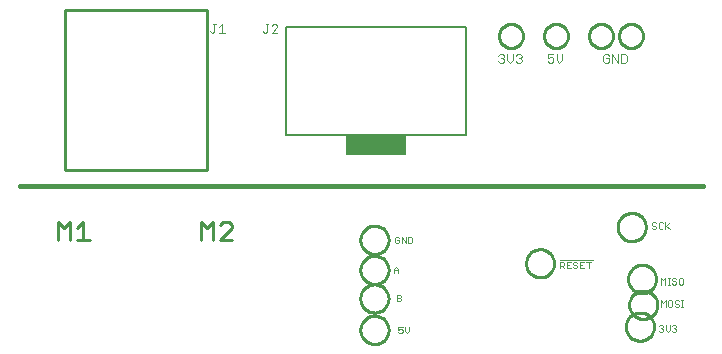
<source format=gto>
G75*
%MOIN*%
%OFA0B0*%
%FSLAX24Y24*%
%IPPOS*%
%LPD*%
%AMOC8*
5,1,8,0,0,1.08239X$1,22.5*
%
%ADD10C,0.0160*%
%ADD11C,0.0090*%
%ADD12C,0.0100*%
%ADD13C,0.0040*%
%ADD14C,0.0050*%
%ADD15R,0.2000X0.0700*%
%ADD16C,0.0030*%
D10*
X000220Y006100D02*
X023000Y006100D01*
D11*
X001500Y004906D02*
X001500Y004295D01*
X001907Y004295D02*
X001907Y004906D01*
X001704Y004702D01*
X001500Y004906D01*
X002145Y004702D02*
X002349Y004906D01*
X002349Y004295D01*
X002552Y004295D02*
X002145Y004295D01*
X006250Y004295D02*
X006250Y004906D01*
X006454Y004702D01*
X006657Y004906D01*
X006657Y004295D01*
X006895Y004295D02*
X007302Y004702D01*
X007302Y004804D01*
X007200Y004906D01*
X006997Y004906D01*
X006895Y004804D01*
X006895Y004295D02*
X007302Y004295D01*
D12*
X006462Y006647D02*
X006462Y011962D01*
X001738Y011962D01*
X001738Y006647D01*
X006462Y006647D01*
X011580Y004300D02*
X011582Y004343D01*
X011588Y004385D01*
X011597Y004427D01*
X011611Y004467D01*
X011628Y004507D01*
X011648Y004544D01*
X011672Y004580D01*
X011699Y004613D01*
X011729Y004643D01*
X011762Y004671D01*
X011797Y004696D01*
X011834Y004717D01*
X011873Y004735D01*
X011913Y004750D01*
X011954Y004760D01*
X011997Y004767D01*
X012039Y004770D01*
X012082Y004769D01*
X012125Y004764D01*
X012166Y004755D01*
X012207Y004743D01*
X012247Y004727D01*
X012285Y004707D01*
X012321Y004684D01*
X012355Y004658D01*
X012386Y004629D01*
X012415Y004597D01*
X012440Y004562D01*
X012462Y004526D01*
X012481Y004487D01*
X012496Y004447D01*
X012508Y004406D01*
X012516Y004364D01*
X012520Y004321D01*
X012520Y004279D01*
X012516Y004236D01*
X012508Y004194D01*
X012496Y004153D01*
X012481Y004113D01*
X012462Y004074D01*
X012440Y004038D01*
X012415Y004003D01*
X012386Y003971D01*
X012355Y003942D01*
X012321Y003916D01*
X012285Y003893D01*
X012247Y003873D01*
X012207Y003857D01*
X012166Y003845D01*
X012125Y003836D01*
X012082Y003831D01*
X012039Y003830D01*
X011997Y003833D01*
X011954Y003840D01*
X011913Y003850D01*
X011873Y003865D01*
X011834Y003883D01*
X011797Y003904D01*
X011762Y003929D01*
X011729Y003957D01*
X011699Y003987D01*
X011672Y004020D01*
X011648Y004056D01*
X011628Y004093D01*
X011611Y004133D01*
X011597Y004173D01*
X011588Y004215D01*
X011582Y004257D01*
X011580Y004300D01*
X011580Y003300D02*
X011582Y003343D01*
X011588Y003385D01*
X011597Y003427D01*
X011611Y003467D01*
X011628Y003507D01*
X011648Y003544D01*
X011672Y003580D01*
X011699Y003613D01*
X011729Y003643D01*
X011762Y003671D01*
X011797Y003696D01*
X011834Y003717D01*
X011873Y003735D01*
X011913Y003750D01*
X011954Y003760D01*
X011997Y003767D01*
X012039Y003770D01*
X012082Y003769D01*
X012125Y003764D01*
X012166Y003755D01*
X012207Y003743D01*
X012247Y003727D01*
X012285Y003707D01*
X012321Y003684D01*
X012355Y003658D01*
X012386Y003629D01*
X012415Y003597D01*
X012440Y003562D01*
X012462Y003526D01*
X012481Y003487D01*
X012496Y003447D01*
X012508Y003406D01*
X012516Y003364D01*
X012520Y003321D01*
X012520Y003279D01*
X012516Y003236D01*
X012508Y003194D01*
X012496Y003153D01*
X012481Y003113D01*
X012462Y003074D01*
X012440Y003038D01*
X012415Y003003D01*
X012386Y002971D01*
X012355Y002942D01*
X012321Y002916D01*
X012285Y002893D01*
X012247Y002873D01*
X012207Y002857D01*
X012166Y002845D01*
X012125Y002836D01*
X012082Y002831D01*
X012039Y002830D01*
X011997Y002833D01*
X011954Y002840D01*
X011913Y002850D01*
X011873Y002865D01*
X011834Y002883D01*
X011797Y002904D01*
X011762Y002929D01*
X011729Y002957D01*
X011699Y002987D01*
X011672Y003020D01*
X011648Y003056D01*
X011628Y003093D01*
X011611Y003133D01*
X011597Y003173D01*
X011588Y003215D01*
X011582Y003257D01*
X011580Y003300D01*
X011580Y002350D02*
X011582Y002393D01*
X011588Y002435D01*
X011597Y002477D01*
X011611Y002517D01*
X011628Y002557D01*
X011648Y002594D01*
X011672Y002630D01*
X011699Y002663D01*
X011729Y002693D01*
X011762Y002721D01*
X011797Y002746D01*
X011834Y002767D01*
X011873Y002785D01*
X011913Y002800D01*
X011954Y002810D01*
X011997Y002817D01*
X012039Y002820D01*
X012082Y002819D01*
X012125Y002814D01*
X012166Y002805D01*
X012207Y002793D01*
X012247Y002777D01*
X012285Y002757D01*
X012321Y002734D01*
X012355Y002708D01*
X012386Y002679D01*
X012415Y002647D01*
X012440Y002612D01*
X012462Y002576D01*
X012481Y002537D01*
X012496Y002497D01*
X012508Y002456D01*
X012516Y002414D01*
X012520Y002371D01*
X012520Y002329D01*
X012516Y002286D01*
X012508Y002244D01*
X012496Y002203D01*
X012481Y002163D01*
X012462Y002124D01*
X012440Y002088D01*
X012415Y002053D01*
X012386Y002021D01*
X012355Y001992D01*
X012321Y001966D01*
X012285Y001943D01*
X012247Y001923D01*
X012207Y001907D01*
X012166Y001895D01*
X012125Y001886D01*
X012082Y001881D01*
X012039Y001880D01*
X011997Y001883D01*
X011954Y001890D01*
X011913Y001900D01*
X011873Y001915D01*
X011834Y001933D01*
X011797Y001954D01*
X011762Y001979D01*
X011729Y002007D01*
X011699Y002037D01*
X011672Y002070D01*
X011648Y002106D01*
X011628Y002143D01*
X011611Y002183D01*
X011597Y002223D01*
X011588Y002265D01*
X011582Y002307D01*
X011580Y002350D01*
X011580Y001300D02*
X011582Y001343D01*
X011588Y001385D01*
X011597Y001427D01*
X011611Y001467D01*
X011628Y001507D01*
X011648Y001544D01*
X011672Y001580D01*
X011699Y001613D01*
X011729Y001643D01*
X011762Y001671D01*
X011797Y001696D01*
X011834Y001717D01*
X011873Y001735D01*
X011913Y001750D01*
X011954Y001760D01*
X011997Y001767D01*
X012039Y001770D01*
X012082Y001769D01*
X012125Y001764D01*
X012166Y001755D01*
X012207Y001743D01*
X012247Y001727D01*
X012285Y001707D01*
X012321Y001684D01*
X012355Y001658D01*
X012386Y001629D01*
X012415Y001597D01*
X012440Y001562D01*
X012462Y001526D01*
X012481Y001487D01*
X012496Y001447D01*
X012508Y001406D01*
X012516Y001364D01*
X012520Y001321D01*
X012520Y001279D01*
X012516Y001236D01*
X012508Y001194D01*
X012496Y001153D01*
X012481Y001113D01*
X012462Y001074D01*
X012440Y001038D01*
X012415Y001003D01*
X012386Y000971D01*
X012355Y000942D01*
X012321Y000916D01*
X012285Y000893D01*
X012247Y000873D01*
X012207Y000857D01*
X012166Y000845D01*
X012125Y000836D01*
X012082Y000831D01*
X012039Y000830D01*
X011997Y000833D01*
X011954Y000840D01*
X011913Y000850D01*
X011873Y000865D01*
X011834Y000883D01*
X011797Y000904D01*
X011762Y000929D01*
X011729Y000957D01*
X011699Y000987D01*
X011672Y001020D01*
X011648Y001056D01*
X011628Y001093D01*
X011611Y001133D01*
X011597Y001173D01*
X011588Y001215D01*
X011582Y001257D01*
X011580Y001300D01*
X017100Y003520D02*
X017102Y003563D01*
X017108Y003605D01*
X017117Y003647D01*
X017131Y003687D01*
X017148Y003727D01*
X017168Y003764D01*
X017192Y003800D01*
X017219Y003833D01*
X017249Y003863D01*
X017282Y003891D01*
X017317Y003916D01*
X017354Y003937D01*
X017393Y003955D01*
X017433Y003970D01*
X017474Y003980D01*
X017517Y003987D01*
X017559Y003990D01*
X017602Y003989D01*
X017645Y003984D01*
X017686Y003975D01*
X017727Y003963D01*
X017767Y003947D01*
X017805Y003927D01*
X017841Y003904D01*
X017875Y003878D01*
X017906Y003849D01*
X017935Y003817D01*
X017960Y003782D01*
X017982Y003746D01*
X018001Y003707D01*
X018016Y003667D01*
X018028Y003626D01*
X018036Y003584D01*
X018040Y003541D01*
X018040Y003499D01*
X018036Y003456D01*
X018028Y003414D01*
X018016Y003373D01*
X018001Y003333D01*
X017982Y003294D01*
X017960Y003258D01*
X017935Y003223D01*
X017906Y003191D01*
X017875Y003162D01*
X017841Y003136D01*
X017805Y003113D01*
X017767Y003093D01*
X017727Y003077D01*
X017686Y003065D01*
X017645Y003056D01*
X017602Y003051D01*
X017559Y003050D01*
X017517Y003053D01*
X017474Y003060D01*
X017433Y003070D01*
X017393Y003085D01*
X017354Y003103D01*
X017317Y003124D01*
X017282Y003149D01*
X017249Y003177D01*
X017219Y003207D01*
X017192Y003240D01*
X017168Y003276D01*
X017148Y003313D01*
X017131Y003353D01*
X017117Y003393D01*
X017108Y003435D01*
X017102Y003477D01*
X017100Y003520D01*
X020150Y004730D02*
X020152Y004773D01*
X020158Y004815D01*
X020167Y004857D01*
X020181Y004897D01*
X020198Y004937D01*
X020218Y004974D01*
X020242Y005010D01*
X020269Y005043D01*
X020299Y005073D01*
X020332Y005101D01*
X020367Y005126D01*
X020404Y005147D01*
X020443Y005165D01*
X020483Y005180D01*
X020524Y005190D01*
X020567Y005197D01*
X020609Y005200D01*
X020652Y005199D01*
X020695Y005194D01*
X020736Y005185D01*
X020777Y005173D01*
X020817Y005157D01*
X020855Y005137D01*
X020891Y005114D01*
X020925Y005088D01*
X020956Y005059D01*
X020985Y005027D01*
X021010Y004992D01*
X021032Y004956D01*
X021051Y004917D01*
X021066Y004877D01*
X021078Y004836D01*
X021086Y004794D01*
X021090Y004751D01*
X021090Y004709D01*
X021086Y004666D01*
X021078Y004624D01*
X021066Y004583D01*
X021051Y004543D01*
X021032Y004504D01*
X021010Y004468D01*
X020985Y004433D01*
X020956Y004401D01*
X020925Y004372D01*
X020891Y004346D01*
X020855Y004323D01*
X020817Y004303D01*
X020777Y004287D01*
X020736Y004275D01*
X020695Y004266D01*
X020652Y004261D01*
X020609Y004260D01*
X020567Y004263D01*
X020524Y004270D01*
X020483Y004280D01*
X020443Y004295D01*
X020404Y004313D01*
X020367Y004334D01*
X020332Y004359D01*
X020299Y004387D01*
X020269Y004417D01*
X020242Y004450D01*
X020218Y004486D01*
X020198Y004523D01*
X020181Y004563D01*
X020167Y004603D01*
X020158Y004645D01*
X020152Y004687D01*
X020150Y004730D01*
X020500Y003000D02*
X020502Y003043D01*
X020508Y003085D01*
X020517Y003127D01*
X020531Y003167D01*
X020548Y003207D01*
X020568Y003244D01*
X020592Y003280D01*
X020619Y003313D01*
X020649Y003343D01*
X020682Y003371D01*
X020717Y003396D01*
X020754Y003417D01*
X020793Y003435D01*
X020833Y003450D01*
X020874Y003460D01*
X020917Y003467D01*
X020959Y003470D01*
X021002Y003469D01*
X021045Y003464D01*
X021086Y003455D01*
X021127Y003443D01*
X021167Y003427D01*
X021205Y003407D01*
X021241Y003384D01*
X021275Y003358D01*
X021306Y003329D01*
X021335Y003297D01*
X021360Y003262D01*
X021382Y003226D01*
X021401Y003187D01*
X021416Y003147D01*
X021428Y003106D01*
X021436Y003064D01*
X021440Y003021D01*
X021440Y002979D01*
X021436Y002936D01*
X021428Y002894D01*
X021416Y002853D01*
X021401Y002813D01*
X021382Y002774D01*
X021360Y002738D01*
X021335Y002703D01*
X021306Y002671D01*
X021275Y002642D01*
X021241Y002616D01*
X021205Y002593D01*
X021167Y002573D01*
X021127Y002557D01*
X021086Y002545D01*
X021045Y002536D01*
X021002Y002531D01*
X020959Y002530D01*
X020917Y002533D01*
X020874Y002540D01*
X020833Y002550D01*
X020793Y002565D01*
X020754Y002583D01*
X020717Y002604D01*
X020682Y002629D01*
X020649Y002657D01*
X020619Y002687D01*
X020592Y002720D01*
X020568Y002756D01*
X020548Y002793D01*
X020531Y002833D01*
X020517Y002873D01*
X020508Y002915D01*
X020502Y002957D01*
X020500Y003000D01*
X020540Y002140D02*
X020542Y002183D01*
X020548Y002225D01*
X020557Y002267D01*
X020571Y002307D01*
X020588Y002347D01*
X020608Y002384D01*
X020632Y002420D01*
X020659Y002453D01*
X020689Y002483D01*
X020722Y002511D01*
X020757Y002536D01*
X020794Y002557D01*
X020833Y002575D01*
X020873Y002590D01*
X020914Y002600D01*
X020957Y002607D01*
X020999Y002610D01*
X021042Y002609D01*
X021085Y002604D01*
X021126Y002595D01*
X021167Y002583D01*
X021207Y002567D01*
X021245Y002547D01*
X021281Y002524D01*
X021315Y002498D01*
X021346Y002469D01*
X021375Y002437D01*
X021400Y002402D01*
X021422Y002366D01*
X021441Y002327D01*
X021456Y002287D01*
X021468Y002246D01*
X021476Y002204D01*
X021480Y002161D01*
X021480Y002119D01*
X021476Y002076D01*
X021468Y002034D01*
X021456Y001993D01*
X021441Y001953D01*
X021422Y001914D01*
X021400Y001878D01*
X021375Y001843D01*
X021346Y001811D01*
X021315Y001782D01*
X021281Y001756D01*
X021245Y001733D01*
X021207Y001713D01*
X021167Y001697D01*
X021126Y001685D01*
X021085Y001676D01*
X021042Y001671D01*
X020999Y001670D01*
X020957Y001673D01*
X020914Y001680D01*
X020873Y001690D01*
X020833Y001705D01*
X020794Y001723D01*
X020757Y001744D01*
X020722Y001769D01*
X020689Y001797D01*
X020659Y001827D01*
X020632Y001860D01*
X020608Y001896D01*
X020588Y001933D01*
X020571Y001973D01*
X020557Y002013D01*
X020548Y002055D01*
X020542Y002097D01*
X020540Y002140D01*
X020430Y001410D02*
X020432Y001453D01*
X020438Y001495D01*
X020447Y001537D01*
X020461Y001577D01*
X020478Y001617D01*
X020498Y001654D01*
X020522Y001690D01*
X020549Y001723D01*
X020579Y001753D01*
X020612Y001781D01*
X020647Y001806D01*
X020684Y001827D01*
X020723Y001845D01*
X020763Y001860D01*
X020804Y001870D01*
X020847Y001877D01*
X020889Y001880D01*
X020932Y001879D01*
X020975Y001874D01*
X021016Y001865D01*
X021057Y001853D01*
X021097Y001837D01*
X021135Y001817D01*
X021171Y001794D01*
X021205Y001768D01*
X021236Y001739D01*
X021265Y001707D01*
X021290Y001672D01*
X021312Y001636D01*
X021331Y001597D01*
X021346Y001557D01*
X021358Y001516D01*
X021366Y001474D01*
X021370Y001431D01*
X021370Y001389D01*
X021366Y001346D01*
X021358Y001304D01*
X021346Y001263D01*
X021331Y001223D01*
X021312Y001184D01*
X021290Y001148D01*
X021265Y001113D01*
X021236Y001081D01*
X021205Y001052D01*
X021171Y001026D01*
X021135Y001003D01*
X021097Y000983D01*
X021057Y000967D01*
X021016Y000955D01*
X020975Y000946D01*
X020932Y000941D01*
X020889Y000940D01*
X020847Y000943D01*
X020804Y000950D01*
X020763Y000960D01*
X020723Y000975D01*
X020684Y000993D01*
X020647Y001014D01*
X020612Y001039D01*
X020579Y001067D01*
X020549Y001097D01*
X020522Y001130D01*
X020498Y001166D01*
X020478Y001203D01*
X020461Y001243D01*
X020447Y001283D01*
X020438Y001325D01*
X020432Y001367D01*
X020430Y001410D01*
X020200Y011100D02*
X020202Y011140D01*
X020208Y011179D01*
X020218Y011218D01*
X020231Y011255D01*
X020249Y011291D01*
X020270Y011325D01*
X020294Y011357D01*
X020321Y011386D01*
X020351Y011413D01*
X020383Y011436D01*
X020418Y011456D01*
X020454Y011472D01*
X020492Y011485D01*
X020531Y011494D01*
X020570Y011499D01*
X020610Y011500D01*
X020650Y011497D01*
X020689Y011490D01*
X020727Y011479D01*
X020765Y011465D01*
X020800Y011446D01*
X020833Y011425D01*
X020865Y011400D01*
X020893Y011372D01*
X020919Y011342D01*
X020941Y011309D01*
X020960Y011274D01*
X020976Y011237D01*
X020988Y011199D01*
X020996Y011160D01*
X021000Y011120D01*
X021000Y011080D01*
X020996Y011040D01*
X020988Y011001D01*
X020976Y010963D01*
X020960Y010926D01*
X020941Y010891D01*
X020919Y010858D01*
X020893Y010828D01*
X020865Y010800D01*
X020833Y010775D01*
X020800Y010754D01*
X020765Y010735D01*
X020727Y010721D01*
X020689Y010710D01*
X020650Y010703D01*
X020610Y010700D01*
X020570Y010701D01*
X020531Y010706D01*
X020492Y010715D01*
X020454Y010728D01*
X020418Y010744D01*
X020383Y010764D01*
X020351Y010787D01*
X020321Y010814D01*
X020294Y010843D01*
X020270Y010875D01*
X020249Y010909D01*
X020231Y010945D01*
X020218Y010982D01*
X020208Y011021D01*
X020202Y011060D01*
X020200Y011100D01*
X019200Y011100D02*
X019202Y011140D01*
X019208Y011179D01*
X019218Y011218D01*
X019231Y011255D01*
X019249Y011291D01*
X019270Y011325D01*
X019294Y011357D01*
X019321Y011386D01*
X019351Y011413D01*
X019383Y011436D01*
X019418Y011456D01*
X019454Y011472D01*
X019492Y011485D01*
X019531Y011494D01*
X019570Y011499D01*
X019610Y011500D01*
X019650Y011497D01*
X019689Y011490D01*
X019727Y011479D01*
X019765Y011465D01*
X019800Y011446D01*
X019833Y011425D01*
X019865Y011400D01*
X019893Y011372D01*
X019919Y011342D01*
X019941Y011309D01*
X019960Y011274D01*
X019976Y011237D01*
X019988Y011199D01*
X019996Y011160D01*
X020000Y011120D01*
X020000Y011080D01*
X019996Y011040D01*
X019988Y011001D01*
X019976Y010963D01*
X019960Y010926D01*
X019941Y010891D01*
X019919Y010858D01*
X019893Y010828D01*
X019865Y010800D01*
X019833Y010775D01*
X019800Y010754D01*
X019765Y010735D01*
X019727Y010721D01*
X019689Y010710D01*
X019650Y010703D01*
X019610Y010700D01*
X019570Y010701D01*
X019531Y010706D01*
X019492Y010715D01*
X019454Y010728D01*
X019418Y010744D01*
X019383Y010764D01*
X019351Y010787D01*
X019321Y010814D01*
X019294Y010843D01*
X019270Y010875D01*
X019249Y010909D01*
X019231Y010945D01*
X019218Y010982D01*
X019208Y011021D01*
X019202Y011060D01*
X019200Y011100D01*
X017700Y011100D02*
X017702Y011140D01*
X017708Y011179D01*
X017718Y011218D01*
X017731Y011255D01*
X017749Y011291D01*
X017770Y011325D01*
X017794Y011357D01*
X017821Y011386D01*
X017851Y011413D01*
X017883Y011436D01*
X017918Y011456D01*
X017954Y011472D01*
X017992Y011485D01*
X018031Y011494D01*
X018070Y011499D01*
X018110Y011500D01*
X018150Y011497D01*
X018189Y011490D01*
X018227Y011479D01*
X018265Y011465D01*
X018300Y011446D01*
X018333Y011425D01*
X018365Y011400D01*
X018393Y011372D01*
X018419Y011342D01*
X018441Y011309D01*
X018460Y011274D01*
X018476Y011237D01*
X018488Y011199D01*
X018496Y011160D01*
X018500Y011120D01*
X018500Y011080D01*
X018496Y011040D01*
X018488Y011001D01*
X018476Y010963D01*
X018460Y010926D01*
X018441Y010891D01*
X018419Y010858D01*
X018393Y010828D01*
X018365Y010800D01*
X018333Y010775D01*
X018300Y010754D01*
X018265Y010735D01*
X018227Y010721D01*
X018189Y010710D01*
X018150Y010703D01*
X018110Y010700D01*
X018070Y010701D01*
X018031Y010706D01*
X017992Y010715D01*
X017954Y010728D01*
X017918Y010744D01*
X017883Y010764D01*
X017851Y010787D01*
X017821Y010814D01*
X017794Y010843D01*
X017770Y010875D01*
X017749Y010909D01*
X017731Y010945D01*
X017718Y010982D01*
X017708Y011021D01*
X017702Y011060D01*
X017700Y011100D01*
X016200Y011100D02*
X016202Y011140D01*
X016208Y011179D01*
X016218Y011218D01*
X016231Y011255D01*
X016249Y011291D01*
X016270Y011325D01*
X016294Y011357D01*
X016321Y011386D01*
X016351Y011413D01*
X016383Y011436D01*
X016418Y011456D01*
X016454Y011472D01*
X016492Y011485D01*
X016531Y011494D01*
X016570Y011499D01*
X016610Y011500D01*
X016650Y011497D01*
X016689Y011490D01*
X016727Y011479D01*
X016765Y011465D01*
X016800Y011446D01*
X016833Y011425D01*
X016865Y011400D01*
X016893Y011372D01*
X016919Y011342D01*
X016941Y011309D01*
X016960Y011274D01*
X016976Y011237D01*
X016988Y011199D01*
X016996Y011160D01*
X017000Y011120D01*
X017000Y011080D01*
X016996Y011040D01*
X016988Y011001D01*
X016976Y010963D01*
X016960Y010926D01*
X016941Y010891D01*
X016919Y010858D01*
X016893Y010828D01*
X016865Y010800D01*
X016833Y010775D01*
X016800Y010754D01*
X016765Y010735D01*
X016727Y010721D01*
X016689Y010710D01*
X016650Y010703D01*
X016610Y010700D01*
X016570Y010701D01*
X016531Y010706D01*
X016492Y010715D01*
X016454Y010728D01*
X016418Y010744D01*
X016383Y010764D01*
X016351Y010787D01*
X016321Y010814D01*
X016294Y010843D01*
X016270Y010875D01*
X016249Y010909D01*
X016231Y010945D01*
X016218Y010982D01*
X016208Y011021D01*
X016202Y011060D01*
X016200Y011100D01*
D13*
X016225Y010490D02*
X016318Y010490D01*
X016365Y010444D01*
X016365Y010397D01*
X016318Y010350D01*
X016365Y010303D01*
X016365Y010257D01*
X016318Y010210D01*
X016225Y010210D01*
X016178Y010257D01*
X016271Y010350D02*
X016318Y010350D01*
X016473Y010303D02*
X016566Y010210D01*
X016659Y010303D01*
X016659Y010490D01*
X016767Y010444D02*
X016814Y010490D01*
X016907Y010490D01*
X016954Y010444D01*
X016954Y010397D01*
X016907Y010350D01*
X016954Y010303D01*
X016954Y010257D01*
X016907Y010210D01*
X016814Y010210D01*
X016767Y010257D01*
X016861Y010350D02*
X016907Y010350D01*
X016473Y010303D02*
X016473Y010490D01*
X016225Y010490D02*
X016178Y010444D01*
X017825Y010490D02*
X017825Y010350D01*
X017919Y010397D01*
X017965Y010397D01*
X018012Y010350D01*
X018012Y010257D01*
X017965Y010210D01*
X017872Y010210D01*
X017825Y010257D01*
X017825Y010490D02*
X018012Y010490D01*
X018120Y010490D02*
X018120Y010303D01*
X018213Y010210D01*
X018307Y010303D01*
X018307Y010490D01*
X019678Y010444D02*
X019678Y010257D01*
X019725Y010210D01*
X019818Y010210D01*
X019865Y010257D01*
X019865Y010350D01*
X019771Y010350D01*
X019678Y010444D02*
X019725Y010490D01*
X019818Y010490D01*
X019865Y010444D01*
X019973Y010490D02*
X020159Y010210D01*
X020159Y010490D01*
X020267Y010490D02*
X020407Y010490D01*
X020454Y010444D01*
X020454Y010257D01*
X020407Y010210D01*
X020267Y010210D01*
X020267Y010490D01*
X019973Y010490D02*
X019973Y010210D01*
X008807Y011210D02*
X008620Y011210D01*
X008807Y011397D01*
X008807Y011444D01*
X008760Y011490D01*
X008667Y011490D01*
X008620Y011444D01*
X008512Y011490D02*
X008419Y011490D01*
X008465Y011490D02*
X008465Y011257D01*
X008419Y011210D01*
X008372Y011210D01*
X008325Y011257D01*
X007057Y011210D02*
X006870Y011210D01*
X006963Y011210D02*
X006963Y011490D01*
X006870Y011397D01*
X006762Y011490D02*
X006669Y011490D01*
X006715Y011490D02*
X006715Y011257D01*
X006669Y011210D01*
X006622Y011210D01*
X006575Y011257D01*
D14*
X009100Y011410D02*
X009100Y007790D01*
X015100Y007790D01*
X015100Y011410D01*
X009100Y011410D01*
D15*
X012100Y007450D03*
D16*
X012769Y004405D02*
X012734Y004370D01*
X012734Y004230D01*
X012769Y004195D01*
X012839Y004195D01*
X012874Y004230D01*
X012874Y004300D01*
X012804Y004300D01*
X012874Y004370D02*
X012839Y004405D01*
X012769Y004405D01*
X012955Y004405D02*
X013095Y004195D01*
X013095Y004405D01*
X013175Y004405D02*
X013281Y004405D01*
X013316Y004370D01*
X013316Y004230D01*
X013281Y004195D01*
X013175Y004195D01*
X013175Y004405D01*
X012955Y004405D02*
X012955Y004195D01*
X012775Y003405D02*
X012705Y003335D01*
X012705Y003195D01*
X012705Y003300D02*
X012845Y003300D01*
X012845Y003335D02*
X012845Y003195D01*
X012845Y003335D02*
X012775Y003405D01*
X012805Y002465D02*
X012910Y002465D01*
X012945Y002430D01*
X012945Y002395D01*
X012910Y002360D01*
X012805Y002360D01*
X012910Y002360D02*
X012945Y002325D01*
X012945Y002290D01*
X012910Y002255D01*
X012805Y002255D01*
X012805Y002465D01*
X012844Y001405D02*
X012844Y001300D01*
X012914Y001335D01*
X012949Y001335D01*
X012984Y001300D01*
X012984Y001230D01*
X012949Y001195D01*
X012879Y001195D01*
X012844Y001230D01*
X012844Y001405D02*
X012984Y001405D01*
X013065Y001405D02*
X013065Y001265D01*
X013135Y001195D01*
X013205Y001265D01*
X013205Y001405D01*
X018233Y003365D02*
X018233Y003575D01*
X018338Y003575D01*
X018373Y003540D01*
X018373Y003470D01*
X018338Y003435D01*
X018233Y003435D01*
X018303Y003435D02*
X018373Y003365D01*
X018454Y003365D02*
X018594Y003365D01*
X018675Y003400D02*
X018710Y003365D01*
X018780Y003365D01*
X018815Y003400D01*
X018815Y003435D01*
X018780Y003470D01*
X018710Y003470D01*
X018675Y003505D01*
X018675Y003540D01*
X018710Y003575D01*
X018780Y003575D01*
X018815Y003540D01*
X018895Y003575D02*
X018895Y003365D01*
X019036Y003365D01*
X018966Y003470D02*
X018895Y003470D01*
X018895Y003575D02*
X019036Y003575D01*
X019116Y003575D02*
X019257Y003575D01*
X019187Y003575D02*
X019187Y003365D01*
X019322Y003635D02*
X018218Y003635D01*
X018454Y003575D02*
X018454Y003365D01*
X018454Y003470D02*
X018524Y003470D01*
X018594Y003575D02*
X018454Y003575D01*
X021304Y004710D02*
X021339Y004675D01*
X021409Y004675D01*
X021444Y004710D01*
X021444Y004745D01*
X021409Y004780D01*
X021339Y004780D01*
X021304Y004815D01*
X021304Y004850D01*
X021339Y004885D01*
X021409Y004885D01*
X021444Y004850D01*
X021525Y004850D02*
X021525Y004710D01*
X021560Y004675D01*
X021630Y004675D01*
X021665Y004710D01*
X021745Y004675D02*
X021745Y004885D01*
X021665Y004850D02*
X021630Y004885D01*
X021560Y004885D01*
X021525Y004850D01*
X021745Y004745D02*
X021886Y004885D01*
X021781Y004780D02*
X021886Y004675D01*
X021891Y003025D02*
X021821Y003025D01*
X021856Y003025D02*
X021856Y002815D01*
X021821Y002815D02*
X021891Y002815D01*
X021968Y002850D02*
X022003Y002815D01*
X022073Y002815D01*
X022108Y002850D01*
X022108Y002885D01*
X022073Y002920D01*
X022003Y002920D01*
X021968Y002955D01*
X021968Y002990D01*
X022003Y003025D01*
X022073Y003025D01*
X022108Y002990D01*
X022189Y002990D02*
X022189Y002850D01*
X022224Y002815D01*
X022294Y002815D01*
X022329Y002850D01*
X022329Y002990D01*
X022294Y003025D01*
X022224Y003025D01*
X022189Y002990D01*
X021740Y003025D02*
X021740Y002815D01*
X021600Y002815D02*
X021600Y003025D01*
X021670Y002955D01*
X021740Y003025D01*
X021750Y002285D02*
X021750Y002075D01*
X021831Y002110D02*
X021831Y002250D01*
X021866Y002285D01*
X021936Y002285D01*
X021971Y002250D01*
X021971Y002110D01*
X021936Y002075D01*
X021866Y002075D01*
X021831Y002110D01*
X021680Y002215D02*
X021750Y002285D01*
X021680Y002215D02*
X021610Y002285D01*
X021610Y002075D01*
X022052Y002110D02*
X022087Y002075D01*
X022157Y002075D01*
X022192Y002110D01*
X022192Y002145D01*
X022157Y002180D01*
X022087Y002180D01*
X022052Y002215D01*
X022052Y002250D01*
X022087Y002285D01*
X022157Y002285D01*
X022192Y002250D01*
X022273Y002285D02*
X022343Y002285D01*
X022308Y002285D02*
X022308Y002075D01*
X022273Y002075D02*
X022343Y002075D01*
X022081Y001455D02*
X022011Y001455D01*
X021975Y001420D01*
X021895Y001455D02*
X021895Y001315D01*
X021825Y001245D01*
X021755Y001315D01*
X021755Y001455D01*
X021674Y001420D02*
X021674Y001385D01*
X021639Y001350D01*
X021674Y001315D01*
X021674Y001280D01*
X021639Y001245D01*
X021569Y001245D01*
X021534Y001280D01*
X021604Y001350D02*
X021639Y001350D01*
X021674Y001420D02*
X021639Y001455D01*
X021569Y001455D01*
X021534Y001420D01*
X021975Y001280D02*
X022011Y001245D01*
X022081Y001245D01*
X022116Y001280D01*
X022116Y001315D01*
X022081Y001350D01*
X022046Y001350D01*
X022081Y001350D02*
X022116Y001385D01*
X022116Y001420D01*
X022081Y001455D01*
M02*

</source>
